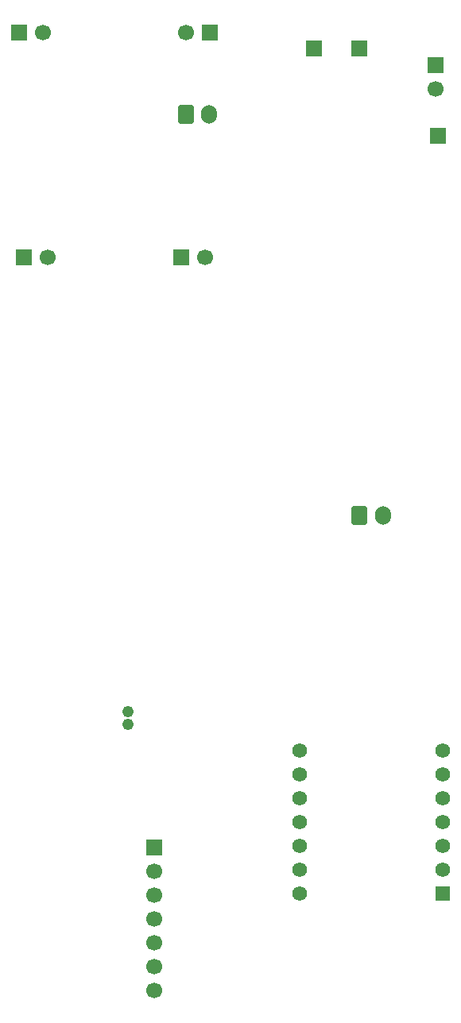
<source format=gbr>
%TF.GenerationSoftware,KiCad,Pcbnew,9.0.1*%
%TF.CreationDate,2025-05-01T14:46:25+08:00*%
%TF.ProjectId,pcb_all,7063625f-616c-46c2-9e6b-696361645f70,rev?*%
%TF.SameCoordinates,Original*%
%TF.FileFunction,Soldermask,Bot*%
%TF.FilePolarity,Negative*%
%FSLAX46Y46*%
G04 Gerber Fmt 4.6, Leading zero omitted, Abs format (unit mm)*
G04 Created by KiCad (PCBNEW 9.0.1) date 2025-05-01 14:46:25*
%MOMM*%
%LPD*%
G01*
G04 APERTURE LIST*
G04 Aperture macros list*
%AMRoundRect*
0 Rectangle with rounded corners*
0 $1 Rounding radius*
0 $2 $3 $4 $5 $6 $7 $8 $9 X,Y pos of 4 corners*
0 Add a 4 corners polygon primitive as box body*
4,1,4,$2,$3,$4,$5,$6,$7,$8,$9,$2,$3,0*
0 Add four circle primitives for the rounded corners*
1,1,$1+$1,$2,$3*
1,1,$1+$1,$4,$5*
1,1,$1+$1,$6,$7*
1,1,$1+$1,$8,$9*
0 Add four rect primitives between the rounded corners*
20,1,$1+$1,$2,$3,$4,$5,0*
20,1,$1+$1,$4,$5,$6,$7,0*
20,1,$1+$1,$6,$7,$8,$9,0*
20,1,$1+$1,$8,$9,$2,$3,0*%
G04 Aperture macros list end*
%ADD10R,1.700000X1.700000*%
%ADD11C,1.700000*%
%ADD12RoundRect,0.250000X-0.600000X-0.750000X0.600000X-0.750000X0.600000X0.750000X-0.600000X0.750000X0*%
%ADD13O,1.700000X2.000000*%
%ADD14C,1.212000*%
%ADD15RoundRect,0.102000X0.679000X0.679000X-0.679000X0.679000X-0.679000X-0.679000X0.679000X-0.679000X0*%
%ADD16C,1.562000*%
G04 APERTURE END LIST*
D10*
%TO.C,TP1*%
X144650000Y-59750000D03*
D11*
X142110000Y-59750000D03*
%TD*%
D12*
%TO.C,BT1*%
X142125000Y-68500000D03*
D13*
X144625000Y-68500000D03*
%TD*%
D12*
%TO.C,J1*%
X160625000Y-111225000D03*
D13*
X163125000Y-111225000D03*
%TD*%
D10*
%TO.C,TP3*%
X124850000Y-83750000D03*
D11*
X127390000Y-83750000D03*
%TD*%
D10*
%TO.C,TP5*%
X155750000Y-61500000D03*
%TD*%
%TO.C,TP6*%
X168750000Y-63225000D03*
D11*
X168750000Y-65765000D03*
%TD*%
D10*
%TO.C,TP4*%
X169000707Y-70797879D03*
%TD*%
D14*
%TO.C,B1*%
X136000000Y-133500000D03*
X136000000Y-132200000D03*
%TD*%
D15*
%TO.C,U2*%
X169495000Y-151551500D03*
D16*
X169495000Y-149011500D03*
X169495000Y-146471500D03*
X169495000Y-143931500D03*
X169495000Y-141391500D03*
X169495000Y-138851500D03*
X169495000Y-136311500D03*
X154255000Y-136311500D03*
X154255000Y-138851500D03*
X154255000Y-141391500D03*
X154255000Y-143931500D03*
X154255000Y-146471500D03*
X154255000Y-149011500D03*
X154255000Y-151551500D03*
%TD*%
D10*
%TO.C,J2*%
X138750000Y-146670001D03*
D11*
X138750000Y-149210001D03*
X138750000Y-151750001D03*
X138750000Y-154290001D03*
X138750000Y-156830001D03*
X138750000Y-159370001D03*
X138750000Y-161910001D03*
%TD*%
D10*
%TO.C,TP7*%
X141600000Y-83750000D03*
D11*
X144140000Y-83750000D03*
%TD*%
D10*
%TO.C,TP8*%
X124350000Y-59750000D03*
D11*
X126890000Y-59750000D03*
%TD*%
D10*
%TO.C,TP2*%
X160625000Y-61500000D03*
%TD*%
M02*

</source>
